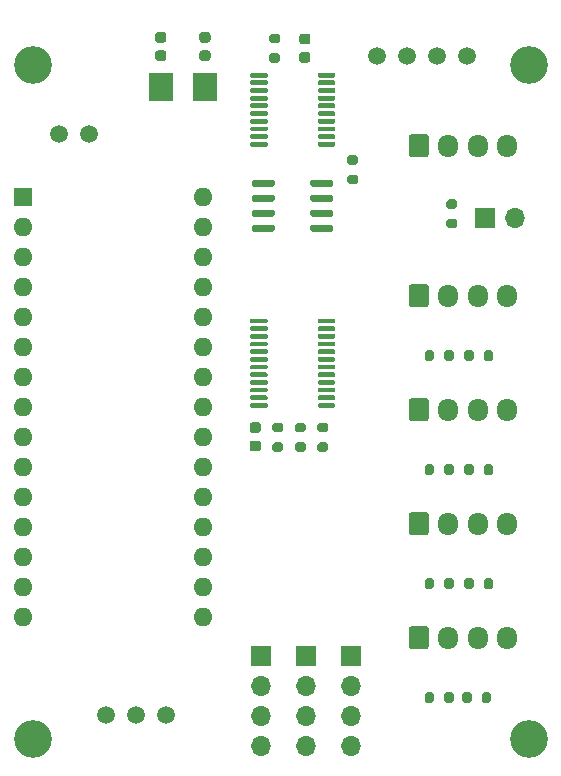
<source format=gbr>
%TF.GenerationSoftware,KiCad,Pcbnew,(5.1.9)-1*%
%TF.CreationDate,2021-07-30T23:28:39+09:30*%
%TF.ProjectId,tyre_temp_sense,74797265-5f74-4656-9d70-5f73656e7365,rev?*%
%TF.SameCoordinates,Original*%
%TF.FileFunction,Soldermask,Top*%
%TF.FilePolarity,Negative*%
%FSLAX46Y46*%
G04 Gerber Fmt 4.6, Leading zero omitted, Abs format (unit mm)*
G04 Created by KiCad (PCBNEW (5.1.9)-1) date 2021-07-30 23:28:39*
%MOMM*%
%LPD*%
G01*
G04 APERTURE LIST*
%ADD10O,1.600000X1.600000*%
%ADD11R,1.600000X1.600000*%
%ADD12C,1.500000*%
%ADD13O,1.700000X1.700000*%
%ADD14R,1.700000X1.700000*%
%ADD15C,3.200000*%
%ADD16R,2.000000X2.400000*%
%ADD17O,1.700000X1.950000*%
G04 APERTURE END LIST*
D10*
%TO.C,A1*%
X88392000Y-90678000D03*
X73152000Y-90678000D03*
X88392000Y-55118000D03*
X73152000Y-88138000D03*
X88392000Y-57658000D03*
X73152000Y-85598000D03*
X88392000Y-60198000D03*
X73152000Y-83058000D03*
X88392000Y-62738000D03*
X73152000Y-80518000D03*
X88392000Y-65278000D03*
X73152000Y-77978000D03*
X88392000Y-67818000D03*
X73152000Y-75438000D03*
X88392000Y-70358000D03*
X73152000Y-72898000D03*
X88392000Y-72898000D03*
X73152000Y-70358000D03*
X88392000Y-75438000D03*
X73152000Y-67818000D03*
X88392000Y-77978000D03*
X73152000Y-65278000D03*
X88392000Y-80518000D03*
X73152000Y-62738000D03*
X88392000Y-83058000D03*
X73152000Y-60198000D03*
X88392000Y-85598000D03*
X73152000Y-57658000D03*
X88392000Y-88138000D03*
D11*
X73152000Y-55118000D03*
%TD*%
D12*
%TO.C,TP6*%
X80232000Y-99000000D03*
%TD*%
%TO.C,TP3*%
X108204000Y-43180000D03*
%TD*%
%TO.C,TP4*%
X105664000Y-43180000D03*
%TD*%
%TO.C,TP1*%
X110744000Y-43180000D03*
%TD*%
D13*
%TO.C,J9*%
X97155000Y-101600000D03*
X97155000Y-99060000D03*
X97155000Y-96520000D03*
D14*
X97155000Y-93980000D03*
%TD*%
D13*
%TO.C,J3*%
X93345000Y-101600000D03*
X93345000Y-99060000D03*
X93345000Y-96520000D03*
D14*
X93345000Y-93980000D03*
%TD*%
D13*
%TO.C,J2*%
X100965000Y-101600000D03*
X100965000Y-99060000D03*
X100965000Y-96520000D03*
D14*
X100965000Y-93980000D03*
%TD*%
D15*
%TO.C,REF\u002A\u002A*%
X116000000Y-101000000D03*
%TD*%
%TO.C,REF\u002A\u002A*%
X116000000Y-44000000D03*
%TD*%
%TO.C,REF\u002A\u002A*%
X74000000Y-44000000D03*
%TD*%
%TO.C,REF\u002A\u002A*%
X74000000Y-101000000D03*
%TD*%
D16*
%TO.C,Y1*%
X88572000Y-45836000D03*
X84872000Y-45836000D03*
%TD*%
%TO.C,C2*%
G36*
G01*
X88822000Y-42080000D02*
X88322000Y-42080000D01*
G75*
G02*
X88097000Y-41855000I0J225000D01*
G01*
X88097000Y-41405000D01*
G75*
G02*
X88322000Y-41180000I225000J0D01*
G01*
X88822000Y-41180000D01*
G75*
G02*
X89047000Y-41405000I0J-225000D01*
G01*
X89047000Y-41855000D01*
G75*
G02*
X88822000Y-42080000I-225000J0D01*
G01*
G37*
G36*
G01*
X88822000Y-43630000D02*
X88322000Y-43630000D01*
G75*
G02*
X88097000Y-43405000I0J225000D01*
G01*
X88097000Y-42955000D01*
G75*
G02*
X88322000Y-42730000I225000J0D01*
G01*
X88822000Y-42730000D01*
G75*
G02*
X89047000Y-42955000I0J-225000D01*
G01*
X89047000Y-43405000D01*
G75*
G02*
X88822000Y-43630000I-225000J0D01*
G01*
G37*
%TD*%
%TO.C,U3*%
G36*
G01*
X97500000Y-54125000D02*
X97500000Y-53825000D01*
G75*
G02*
X97650000Y-53675000I150000J0D01*
G01*
X99300000Y-53675000D01*
G75*
G02*
X99450000Y-53825000I0J-150000D01*
G01*
X99450000Y-54125000D01*
G75*
G02*
X99300000Y-54275000I-150000J0D01*
G01*
X97650000Y-54275000D01*
G75*
G02*
X97500000Y-54125000I0J150000D01*
G01*
G37*
G36*
G01*
X97500000Y-55395000D02*
X97500000Y-55095000D01*
G75*
G02*
X97650000Y-54945000I150000J0D01*
G01*
X99300000Y-54945000D01*
G75*
G02*
X99450000Y-55095000I0J-150000D01*
G01*
X99450000Y-55395000D01*
G75*
G02*
X99300000Y-55545000I-150000J0D01*
G01*
X97650000Y-55545000D01*
G75*
G02*
X97500000Y-55395000I0J150000D01*
G01*
G37*
G36*
G01*
X97500000Y-56665000D02*
X97500000Y-56365000D01*
G75*
G02*
X97650000Y-56215000I150000J0D01*
G01*
X99300000Y-56215000D01*
G75*
G02*
X99450000Y-56365000I0J-150000D01*
G01*
X99450000Y-56665000D01*
G75*
G02*
X99300000Y-56815000I-150000J0D01*
G01*
X97650000Y-56815000D01*
G75*
G02*
X97500000Y-56665000I0J150000D01*
G01*
G37*
G36*
G01*
X97500000Y-57935000D02*
X97500000Y-57635000D01*
G75*
G02*
X97650000Y-57485000I150000J0D01*
G01*
X99300000Y-57485000D01*
G75*
G02*
X99450000Y-57635000I0J-150000D01*
G01*
X99450000Y-57935000D01*
G75*
G02*
X99300000Y-58085000I-150000J0D01*
G01*
X97650000Y-58085000D01*
G75*
G02*
X97500000Y-57935000I0J150000D01*
G01*
G37*
G36*
G01*
X92550000Y-57935000D02*
X92550000Y-57635000D01*
G75*
G02*
X92700000Y-57485000I150000J0D01*
G01*
X94350000Y-57485000D01*
G75*
G02*
X94500000Y-57635000I0J-150000D01*
G01*
X94500000Y-57935000D01*
G75*
G02*
X94350000Y-58085000I-150000J0D01*
G01*
X92700000Y-58085000D01*
G75*
G02*
X92550000Y-57935000I0J150000D01*
G01*
G37*
G36*
G01*
X92550000Y-56665000D02*
X92550000Y-56365000D01*
G75*
G02*
X92700000Y-56215000I150000J0D01*
G01*
X94350000Y-56215000D01*
G75*
G02*
X94500000Y-56365000I0J-150000D01*
G01*
X94500000Y-56665000D01*
G75*
G02*
X94350000Y-56815000I-150000J0D01*
G01*
X92700000Y-56815000D01*
G75*
G02*
X92550000Y-56665000I0J150000D01*
G01*
G37*
G36*
G01*
X92550000Y-55395000D02*
X92550000Y-55095000D01*
G75*
G02*
X92700000Y-54945000I150000J0D01*
G01*
X94350000Y-54945000D01*
G75*
G02*
X94500000Y-55095000I0J-150000D01*
G01*
X94500000Y-55395000D01*
G75*
G02*
X94350000Y-55545000I-150000J0D01*
G01*
X92700000Y-55545000D01*
G75*
G02*
X92550000Y-55395000I0J150000D01*
G01*
G37*
G36*
G01*
X92550000Y-54125000D02*
X92550000Y-53825000D01*
G75*
G02*
X92700000Y-53675000I150000J0D01*
G01*
X94350000Y-53675000D01*
G75*
G02*
X94500000Y-53825000I0J-150000D01*
G01*
X94500000Y-54125000D01*
G75*
G02*
X94350000Y-54275000I-150000J0D01*
G01*
X92700000Y-54275000D01*
G75*
G02*
X92550000Y-54125000I0J150000D01*
G01*
G37*
%TD*%
%TO.C,U2*%
G36*
G01*
X92412000Y-44927000D02*
X92412000Y-44727000D01*
G75*
G02*
X92512000Y-44627000I100000J0D01*
G01*
X93787000Y-44627000D01*
G75*
G02*
X93887000Y-44727000I0J-100000D01*
G01*
X93887000Y-44927000D01*
G75*
G02*
X93787000Y-45027000I-100000J0D01*
G01*
X92512000Y-45027000D01*
G75*
G02*
X92412000Y-44927000I0J100000D01*
G01*
G37*
G36*
G01*
X92412000Y-45577000D02*
X92412000Y-45377000D01*
G75*
G02*
X92512000Y-45277000I100000J0D01*
G01*
X93787000Y-45277000D01*
G75*
G02*
X93887000Y-45377000I0J-100000D01*
G01*
X93887000Y-45577000D01*
G75*
G02*
X93787000Y-45677000I-100000J0D01*
G01*
X92512000Y-45677000D01*
G75*
G02*
X92412000Y-45577000I0J100000D01*
G01*
G37*
G36*
G01*
X92412000Y-46227000D02*
X92412000Y-46027000D01*
G75*
G02*
X92512000Y-45927000I100000J0D01*
G01*
X93787000Y-45927000D01*
G75*
G02*
X93887000Y-46027000I0J-100000D01*
G01*
X93887000Y-46227000D01*
G75*
G02*
X93787000Y-46327000I-100000J0D01*
G01*
X92512000Y-46327000D01*
G75*
G02*
X92412000Y-46227000I0J100000D01*
G01*
G37*
G36*
G01*
X92412000Y-46877000D02*
X92412000Y-46677000D01*
G75*
G02*
X92512000Y-46577000I100000J0D01*
G01*
X93787000Y-46577000D01*
G75*
G02*
X93887000Y-46677000I0J-100000D01*
G01*
X93887000Y-46877000D01*
G75*
G02*
X93787000Y-46977000I-100000J0D01*
G01*
X92512000Y-46977000D01*
G75*
G02*
X92412000Y-46877000I0J100000D01*
G01*
G37*
G36*
G01*
X92412000Y-47527000D02*
X92412000Y-47327000D01*
G75*
G02*
X92512000Y-47227000I100000J0D01*
G01*
X93787000Y-47227000D01*
G75*
G02*
X93887000Y-47327000I0J-100000D01*
G01*
X93887000Y-47527000D01*
G75*
G02*
X93787000Y-47627000I-100000J0D01*
G01*
X92512000Y-47627000D01*
G75*
G02*
X92412000Y-47527000I0J100000D01*
G01*
G37*
G36*
G01*
X92412000Y-48177000D02*
X92412000Y-47977000D01*
G75*
G02*
X92512000Y-47877000I100000J0D01*
G01*
X93787000Y-47877000D01*
G75*
G02*
X93887000Y-47977000I0J-100000D01*
G01*
X93887000Y-48177000D01*
G75*
G02*
X93787000Y-48277000I-100000J0D01*
G01*
X92512000Y-48277000D01*
G75*
G02*
X92412000Y-48177000I0J100000D01*
G01*
G37*
G36*
G01*
X92412000Y-48827000D02*
X92412000Y-48627000D01*
G75*
G02*
X92512000Y-48527000I100000J0D01*
G01*
X93787000Y-48527000D01*
G75*
G02*
X93887000Y-48627000I0J-100000D01*
G01*
X93887000Y-48827000D01*
G75*
G02*
X93787000Y-48927000I-100000J0D01*
G01*
X92512000Y-48927000D01*
G75*
G02*
X92412000Y-48827000I0J100000D01*
G01*
G37*
G36*
G01*
X92412000Y-49477000D02*
X92412000Y-49277000D01*
G75*
G02*
X92512000Y-49177000I100000J0D01*
G01*
X93787000Y-49177000D01*
G75*
G02*
X93887000Y-49277000I0J-100000D01*
G01*
X93887000Y-49477000D01*
G75*
G02*
X93787000Y-49577000I-100000J0D01*
G01*
X92512000Y-49577000D01*
G75*
G02*
X92412000Y-49477000I0J100000D01*
G01*
G37*
G36*
G01*
X92412000Y-50127000D02*
X92412000Y-49927000D01*
G75*
G02*
X92512000Y-49827000I100000J0D01*
G01*
X93787000Y-49827000D01*
G75*
G02*
X93887000Y-49927000I0J-100000D01*
G01*
X93887000Y-50127000D01*
G75*
G02*
X93787000Y-50227000I-100000J0D01*
G01*
X92512000Y-50227000D01*
G75*
G02*
X92412000Y-50127000I0J100000D01*
G01*
G37*
G36*
G01*
X92412000Y-50777000D02*
X92412000Y-50577000D01*
G75*
G02*
X92512000Y-50477000I100000J0D01*
G01*
X93787000Y-50477000D01*
G75*
G02*
X93887000Y-50577000I0J-100000D01*
G01*
X93887000Y-50777000D01*
G75*
G02*
X93787000Y-50877000I-100000J0D01*
G01*
X92512000Y-50877000D01*
G75*
G02*
X92412000Y-50777000I0J100000D01*
G01*
G37*
G36*
G01*
X98137000Y-50777000D02*
X98137000Y-50577000D01*
G75*
G02*
X98237000Y-50477000I100000J0D01*
G01*
X99512000Y-50477000D01*
G75*
G02*
X99612000Y-50577000I0J-100000D01*
G01*
X99612000Y-50777000D01*
G75*
G02*
X99512000Y-50877000I-100000J0D01*
G01*
X98237000Y-50877000D01*
G75*
G02*
X98137000Y-50777000I0J100000D01*
G01*
G37*
G36*
G01*
X98137000Y-50127000D02*
X98137000Y-49927000D01*
G75*
G02*
X98237000Y-49827000I100000J0D01*
G01*
X99512000Y-49827000D01*
G75*
G02*
X99612000Y-49927000I0J-100000D01*
G01*
X99612000Y-50127000D01*
G75*
G02*
X99512000Y-50227000I-100000J0D01*
G01*
X98237000Y-50227000D01*
G75*
G02*
X98137000Y-50127000I0J100000D01*
G01*
G37*
G36*
G01*
X98137000Y-49477000D02*
X98137000Y-49277000D01*
G75*
G02*
X98237000Y-49177000I100000J0D01*
G01*
X99512000Y-49177000D01*
G75*
G02*
X99612000Y-49277000I0J-100000D01*
G01*
X99612000Y-49477000D01*
G75*
G02*
X99512000Y-49577000I-100000J0D01*
G01*
X98237000Y-49577000D01*
G75*
G02*
X98137000Y-49477000I0J100000D01*
G01*
G37*
G36*
G01*
X98137000Y-48827000D02*
X98137000Y-48627000D01*
G75*
G02*
X98237000Y-48527000I100000J0D01*
G01*
X99512000Y-48527000D01*
G75*
G02*
X99612000Y-48627000I0J-100000D01*
G01*
X99612000Y-48827000D01*
G75*
G02*
X99512000Y-48927000I-100000J0D01*
G01*
X98237000Y-48927000D01*
G75*
G02*
X98137000Y-48827000I0J100000D01*
G01*
G37*
G36*
G01*
X98137000Y-48177000D02*
X98137000Y-47977000D01*
G75*
G02*
X98237000Y-47877000I100000J0D01*
G01*
X99512000Y-47877000D01*
G75*
G02*
X99612000Y-47977000I0J-100000D01*
G01*
X99612000Y-48177000D01*
G75*
G02*
X99512000Y-48277000I-100000J0D01*
G01*
X98237000Y-48277000D01*
G75*
G02*
X98137000Y-48177000I0J100000D01*
G01*
G37*
G36*
G01*
X98137000Y-47527000D02*
X98137000Y-47327000D01*
G75*
G02*
X98237000Y-47227000I100000J0D01*
G01*
X99512000Y-47227000D01*
G75*
G02*
X99612000Y-47327000I0J-100000D01*
G01*
X99612000Y-47527000D01*
G75*
G02*
X99512000Y-47627000I-100000J0D01*
G01*
X98237000Y-47627000D01*
G75*
G02*
X98137000Y-47527000I0J100000D01*
G01*
G37*
G36*
G01*
X98137000Y-46877000D02*
X98137000Y-46677000D01*
G75*
G02*
X98237000Y-46577000I100000J0D01*
G01*
X99512000Y-46577000D01*
G75*
G02*
X99612000Y-46677000I0J-100000D01*
G01*
X99612000Y-46877000D01*
G75*
G02*
X99512000Y-46977000I-100000J0D01*
G01*
X98237000Y-46977000D01*
G75*
G02*
X98137000Y-46877000I0J100000D01*
G01*
G37*
G36*
G01*
X98137000Y-46227000D02*
X98137000Y-46027000D01*
G75*
G02*
X98237000Y-45927000I100000J0D01*
G01*
X99512000Y-45927000D01*
G75*
G02*
X99612000Y-46027000I0J-100000D01*
G01*
X99612000Y-46227000D01*
G75*
G02*
X99512000Y-46327000I-100000J0D01*
G01*
X98237000Y-46327000D01*
G75*
G02*
X98137000Y-46227000I0J100000D01*
G01*
G37*
G36*
G01*
X98137000Y-45577000D02*
X98137000Y-45377000D01*
G75*
G02*
X98237000Y-45277000I100000J0D01*
G01*
X99512000Y-45277000D01*
G75*
G02*
X99612000Y-45377000I0J-100000D01*
G01*
X99612000Y-45577000D01*
G75*
G02*
X99512000Y-45677000I-100000J0D01*
G01*
X98237000Y-45677000D01*
G75*
G02*
X98137000Y-45577000I0J100000D01*
G01*
G37*
G36*
G01*
X98137000Y-44927000D02*
X98137000Y-44727000D01*
G75*
G02*
X98237000Y-44627000I100000J0D01*
G01*
X99512000Y-44627000D01*
G75*
G02*
X99612000Y-44727000I0J-100000D01*
G01*
X99612000Y-44927000D01*
G75*
G02*
X99512000Y-45027000I-100000J0D01*
G01*
X98237000Y-45027000D01*
G75*
G02*
X98137000Y-44927000I0J100000D01*
G01*
G37*
%TD*%
%TO.C,U1*%
G36*
G01*
X93875000Y-72694000D02*
X93875000Y-72894000D01*
G75*
G02*
X93775000Y-72994000I-100000J0D01*
G01*
X92500000Y-72994000D01*
G75*
G02*
X92400000Y-72894000I0J100000D01*
G01*
X92400000Y-72694000D01*
G75*
G02*
X92500000Y-72594000I100000J0D01*
G01*
X93775000Y-72594000D01*
G75*
G02*
X93875000Y-72694000I0J-100000D01*
G01*
G37*
G36*
G01*
X93875000Y-72044000D02*
X93875000Y-72244000D01*
G75*
G02*
X93775000Y-72344000I-100000J0D01*
G01*
X92500000Y-72344000D01*
G75*
G02*
X92400000Y-72244000I0J100000D01*
G01*
X92400000Y-72044000D01*
G75*
G02*
X92500000Y-71944000I100000J0D01*
G01*
X93775000Y-71944000D01*
G75*
G02*
X93875000Y-72044000I0J-100000D01*
G01*
G37*
G36*
G01*
X93875000Y-71394000D02*
X93875000Y-71594000D01*
G75*
G02*
X93775000Y-71694000I-100000J0D01*
G01*
X92500000Y-71694000D01*
G75*
G02*
X92400000Y-71594000I0J100000D01*
G01*
X92400000Y-71394000D01*
G75*
G02*
X92500000Y-71294000I100000J0D01*
G01*
X93775000Y-71294000D01*
G75*
G02*
X93875000Y-71394000I0J-100000D01*
G01*
G37*
G36*
G01*
X93875000Y-70744000D02*
X93875000Y-70944000D01*
G75*
G02*
X93775000Y-71044000I-100000J0D01*
G01*
X92500000Y-71044000D01*
G75*
G02*
X92400000Y-70944000I0J100000D01*
G01*
X92400000Y-70744000D01*
G75*
G02*
X92500000Y-70644000I100000J0D01*
G01*
X93775000Y-70644000D01*
G75*
G02*
X93875000Y-70744000I0J-100000D01*
G01*
G37*
G36*
G01*
X93875000Y-70094000D02*
X93875000Y-70294000D01*
G75*
G02*
X93775000Y-70394000I-100000J0D01*
G01*
X92500000Y-70394000D01*
G75*
G02*
X92400000Y-70294000I0J100000D01*
G01*
X92400000Y-70094000D01*
G75*
G02*
X92500000Y-69994000I100000J0D01*
G01*
X93775000Y-69994000D01*
G75*
G02*
X93875000Y-70094000I0J-100000D01*
G01*
G37*
G36*
G01*
X93875000Y-69444000D02*
X93875000Y-69644000D01*
G75*
G02*
X93775000Y-69744000I-100000J0D01*
G01*
X92500000Y-69744000D01*
G75*
G02*
X92400000Y-69644000I0J100000D01*
G01*
X92400000Y-69444000D01*
G75*
G02*
X92500000Y-69344000I100000J0D01*
G01*
X93775000Y-69344000D01*
G75*
G02*
X93875000Y-69444000I0J-100000D01*
G01*
G37*
G36*
G01*
X93875000Y-68794000D02*
X93875000Y-68994000D01*
G75*
G02*
X93775000Y-69094000I-100000J0D01*
G01*
X92500000Y-69094000D01*
G75*
G02*
X92400000Y-68994000I0J100000D01*
G01*
X92400000Y-68794000D01*
G75*
G02*
X92500000Y-68694000I100000J0D01*
G01*
X93775000Y-68694000D01*
G75*
G02*
X93875000Y-68794000I0J-100000D01*
G01*
G37*
G36*
G01*
X93875000Y-68144000D02*
X93875000Y-68344000D01*
G75*
G02*
X93775000Y-68444000I-100000J0D01*
G01*
X92500000Y-68444000D01*
G75*
G02*
X92400000Y-68344000I0J100000D01*
G01*
X92400000Y-68144000D01*
G75*
G02*
X92500000Y-68044000I100000J0D01*
G01*
X93775000Y-68044000D01*
G75*
G02*
X93875000Y-68144000I0J-100000D01*
G01*
G37*
G36*
G01*
X93875000Y-67494000D02*
X93875000Y-67694000D01*
G75*
G02*
X93775000Y-67794000I-100000J0D01*
G01*
X92500000Y-67794000D01*
G75*
G02*
X92400000Y-67694000I0J100000D01*
G01*
X92400000Y-67494000D01*
G75*
G02*
X92500000Y-67394000I100000J0D01*
G01*
X93775000Y-67394000D01*
G75*
G02*
X93875000Y-67494000I0J-100000D01*
G01*
G37*
G36*
G01*
X93875000Y-66844000D02*
X93875000Y-67044000D01*
G75*
G02*
X93775000Y-67144000I-100000J0D01*
G01*
X92500000Y-67144000D01*
G75*
G02*
X92400000Y-67044000I0J100000D01*
G01*
X92400000Y-66844000D01*
G75*
G02*
X92500000Y-66744000I100000J0D01*
G01*
X93775000Y-66744000D01*
G75*
G02*
X93875000Y-66844000I0J-100000D01*
G01*
G37*
G36*
G01*
X93875000Y-66194000D02*
X93875000Y-66394000D01*
G75*
G02*
X93775000Y-66494000I-100000J0D01*
G01*
X92500000Y-66494000D01*
G75*
G02*
X92400000Y-66394000I0J100000D01*
G01*
X92400000Y-66194000D01*
G75*
G02*
X92500000Y-66094000I100000J0D01*
G01*
X93775000Y-66094000D01*
G75*
G02*
X93875000Y-66194000I0J-100000D01*
G01*
G37*
G36*
G01*
X93875000Y-65544000D02*
X93875000Y-65744000D01*
G75*
G02*
X93775000Y-65844000I-100000J0D01*
G01*
X92500000Y-65844000D01*
G75*
G02*
X92400000Y-65744000I0J100000D01*
G01*
X92400000Y-65544000D01*
G75*
G02*
X92500000Y-65444000I100000J0D01*
G01*
X93775000Y-65444000D01*
G75*
G02*
X93875000Y-65544000I0J-100000D01*
G01*
G37*
G36*
G01*
X99600000Y-65544000D02*
X99600000Y-65744000D01*
G75*
G02*
X99500000Y-65844000I-100000J0D01*
G01*
X98225000Y-65844000D01*
G75*
G02*
X98125000Y-65744000I0J100000D01*
G01*
X98125000Y-65544000D01*
G75*
G02*
X98225000Y-65444000I100000J0D01*
G01*
X99500000Y-65444000D01*
G75*
G02*
X99600000Y-65544000I0J-100000D01*
G01*
G37*
G36*
G01*
X99600000Y-66194000D02*
X99600000Y-66394000D01*
G75*
G02*
X99500000Y-66494000I-100000J0D01*
G01*
X98225000Y-66494000D01*
G75*
G02*
X98125000Y-66394000I0J100000D01*
G01*
X98125000Y-66194000D01*
G75*
G02*
X98225000Y-66094000I100000J0D01*
G01*
X99500000Y-66094000D01*
G75*
G02*
X99600000Y-66194000I0J-100000D01*
G01*
G37*
G36*
G01*
X99600000Y-66844000D02*
X99600000Y-67044000D01*
G75*
G02*
X99500000Y-67144000I-100000J0D01*
G01*
X98225000Y-67144000D01*
G75*
G02*
X98125000Y-67044000I0J100000D01*
G01*
X98125000Y-66844000D01*
G75*
G02*
X98225000Y-66744000I100000J0D01*
G01*
X99500000Y-66744000D01*
G75*
G02*
X99600000Y-66844000I0J-100000D01*
G01*
G37*
G36*
G01*
X99600000Y-67494000D02*
X99600000Y-67694000D01*
G75*
G02*
X99500000Y-67794000I-100000J0D01*
G01*
X98225000Y-67794000D01*
G75*
G02*
X98125000Y-67694000I0J100000D01*
G01*
X98125000Y-67494000D01*
G75*
G02*
X98225000Y-67394000I100000J0D01*
G01*
X99500000Y-67394000D01*
G75*
G02*
X99600000Y-67494000I0J-100000D01*
G01*
G37*
G36*
G01*
X99600000Y-68144000D02*
X99600000Y-68344000D01*
G75*
G02*
X99500000Y-68444000I-100000J0D01*
G01*
X98225000Y-68444000D01*
G75*
G02*
X98125000Y-68344000I0J100000D01*
G01*
X98125000Y-68144000D01*
G75*
G02*
X98225000Y-68044000I100000J0D01*
G01*
X99500000Y-68044000D01*
G75*
G02*
X99600000Y-68144000I0J-100000D01*
G01*
G37*
G36*
G01*
X99600000Y-68794000D02*
X99600000Y-68994000D01*
G75*
G02*
X99500000Y-69094000I-100000J0D01*
G01*
X98225000Y-69094000D01*
G75*
G02*
X98125000Y-68994000I0J100000D01*
G01*
X98125000Y-68794000D01*
G75*
G02*
X98225000Y-68694000I100000J0D01*
G01*
X99500000Y-68694000D01*
G75*
G02*
X99600000Y-68794000I0J-100000D01*
G01*
G37*
G36*
G01*
X99600000Y-69444000D02*
X99600000Y-69644000D01*
G75*
G02*
X99500000Y-69744000I-100000J0D01*
G01*
X98225000Y-69744000D01*
G75*
G02*
X98125000Y-69644000I0J100000D01*
G01*
X98125000Y-69444000D01*
G75*
G02*
X98225000Y-69344000I100000J0D01*
G01*
X99500000Y-69344000D01*
G75*
G02*
X99600000Y-69444000I0J-100000D01*
G01*
G37*
G36*
G01*
X99600000Y-70094000D02*
X99600000Y-70294000D01*
G75*
G02*
X99500000Y-70394000I-100000J0D01*
G01*
X98225000Y-70394000D01*
G75*
G02*
X98125000Y-70294000I0J100000D01*
G01*
X98125000Y-70094000D01*
G75*
G02*
X98225000Y-69994000I100000J0D01*
G01*
X99500000Y-69994000D01*
G75*
G02*
X99600000Y-70094000I0J-100000D01*
G01*
G37*
G36*
G01*
X99600000Y-70744000D02*
X99600000Y-70944000D01*
G75*
G02*
X99500000Y-71044000I-100000J0D01*
G01*
X98225000Y-71044000D01*
G75*
G02*
X98125000Y-70944000I0J100000D01*
G01*
X98125000Y-70744000D01*
G75*
G02*
X98225000Y-70644000I100000J0D01*
G01*
X99500000Y-70644000D01*
G75*
G02*
X99600000Y-70744000I0J-100000D01*
G01*
G37*
G36*
G01*
X99600000Y-71394000D02*
X99600000Y-71594000D01*
G75*
G02*
X99500000Y-71694000I-100000J0D01*
G01*
X98225000Y-71694000D01*
G75*
G02*
X98125000Y-71594000I0J100000D01*
G01*
X98125000Y-71394000D01*
G75*
G02*
X98225000Y-71294000I100000J0D01*
G01*
X99500000Y-71294000D01*
G75*
G02*
X99600000Y-71394000I0J-100000D01*
G01*
G37*
G36*
G01*
X99600000Y-72044000D02*
X99600000Y-72244000D01*
G75*
G02*
X99500000Y-72344000I-100000J0D01*
G01*
X98225000Y-72344000D01*
G75*
G02*
X98125000Y-72244000I0J100000D01*
G01*
X98125000Y-72044000D01*
G75*
G02*
X98225000Y-71944000I100000J0D01*
G01*
X99500000Y-71944000D01*
G75*
G02*
X99600000Y-72044000I0J-100000D01*
G01*
G37*
G36*
G01*
X99600000Y-72694000D02*
X99600000Y-72894000D01*
G75*
G02*
X99500000Y-72994000I-100000J0D01*
G01*
X98225000Y-72994000D01*
G75*
G02*
X98125000Y-72894000I0J100000D01*
G01*
X98125000Y-72694000D01*
G75*
G02*
X98225000Y-72594000I100000J0D01*
G01*
X99500000Y-72594000D01*
G75*
G02*
X99600000Y-72694000I0J-100000D01*
G01*
G37*
%TD*%
D12*
%TO.C,TP9*%
X76200000Y-49784000D03*
%TD*%
%TO.C,TP8*%
X78740000Y-49784000D03*
%TD*%
%TO.C,TP7*%
X85312000Y-99000000D03*
%TD*%
%TO.C,TP5*%
X82772000Y-99000000D03*
%TD*%
%TO.C,TP2*%
X103124000Y-43180000D03*
%TD*%
%TO.C,R14*%
G36*
G01*
X109749000Y-56154000D02*
X109199000Y-56154000D01*
G75*
G02*
X108999000Y-55954000I0J200000D01*
G01*
X108999000Y-55554000D01*
G75*
G02*
X109199000Y-55354000I200000J0D01*
G01*
X109749000Y-55354000D01*
G75*
G02*
X109949000Y-55554000I0J-200000D01*
G01*
X109949000Y-55954000D01*
G75*
G02*
X109749000Y-56154000I-200000J0D01*
G01*
G37*
G36*
G01*
X109749000Y-57804000D02*
X109199000Y-57804000D01*
G75*
G02*
X108999000Y-57604000I0J200000D01*
G01*
X108999000Y-57204000D01*
G75*
G02*
X109199000Y-57004000I200000J0D01*
G01*
X109749000Y-57004000D01*
G75*
G02*
X109949000Y-57204000I0J-200000D01*
G01*
X109949000Y-57604000D01*
G75*
G02*
X109749000Y-57804000I-200000J0D01*
G01*
G37*
%TD*%
%TO.C,R13*%
G36*
G01*
X101367000Y-52407000D02*
X100817000Y-52407000D01*
G75*
G02*
X100617000Y-52207000I0J200000D01*
G01*
X100617000Y-51807000D01*
G75*
G02*
X100817000Y-51607000I200000J0D01*
G01*
X101367000Y-51607000D01*
G75*
G02*
X101567000Y-51807000I0J-200000D01*
G01*
X101567000Y-52207000D01*
G75*
G02*
X101367000Y-52407000I-200000J0D01*
G01*
G37*
G36*
G01*
X101367000Y-54057000D02*
X100817000Y-54057000D01*
G75*
G02*
X100617000Y-53857000I0J200000D01*
G01*
X100617000Y-53457000D01*
G75*
G02*
X100817000Y-53257000I200000J0D01*
G01*
X101367000Y-53257000D01*
G75*
G02*
X101567000Y-53457000I0J-200000D01*
G01*
X101567000Y-53857000D01*
G75*
G02*
X101367000Y-54057000I-200000J0D01*
G01*
G37*
%TD*%
%TO.C,R12*%
G36*
G01*
X94213000Y-42970000D02*
X94763000Y-42970000D01*
G75*
G02*
X94963000Y-43170000I0J-200000D01*
G01*
X94963000Y-43570000D01*
G75*
G02*
X94763000Y-43770000I-200000J0D01*
G01*
X94213000Y-43770000D01*
G75*
G02*
X94013000Y-43570000I0J200000D01*
G01*
X94013000Y-43170000D01*
G75*
G02*
X94213000Y-42970000I200000J0D01*
G01*
G37*
G36*
G01*
X94213000Y-41320000D02*
X94763000Y-41320000D01*
G75*
G02*
X94963000Y-41520000I0J-200000D01*
G01*
X94963000Y-41920000D01*
G75*
G02*
X94763000Y-42120000I-200000J0D01*
G01*
X94213000Y-42120000D01*
G75*
G02*
X94013000Y-41920000I0J200000D01*
G01*
X94013000Y-41520000D01*
G75*
G02*
X94213000Y-41320000I200000J0D01*
G01*
G37*
%TD*%
%TO.C,R11*%
G36*
G01*
X107970000Y-68305000D02*
X107970000Y-68855000D01*
G75*
G02*
X107770000Y-69055000I-200000J0D01*
G01*
X107370000Y-69055000D01*
G75*
G02*
X107170000Y-68855000I0J200000D01*
G01*
X107170000Y-68305000D01*
G75*
G02*
X107370000Y-68105000I200000J0D01*
G01*
X107770000Y-68105000D01*
G75*
G02*
X107970000Y-68305000I0J-200000D01*
G01*
G37*
G36*
G01*
X109620000Y-68305000D02*
X109620000Y-68855000D01*
G75*
G02*
X109420000Y-69055000I-200000J0D01*
G01*
X109020000Y-69055000D01*
G75*
G02*
X108820000Y-68855000I0J200000D01*
G01*
X108820000Y-68305000D01*
G75*
G02*
X109020000Y-68105000I200000J0D01*
G01*
X109420000Y-68105000D01*
G75*
G02*
X109620000Y-68305000I0J-200000D01*
G01*
G37*
%TD*%
%TO.C,R10*%
G36*
G01*
X112185000Y-68855000D02*
X112185000Y-68305000D01*
G75*
G02*
X112385000Y-68105000I200000J0D01*
G01*
X112785000Y-68105000D01*
G75*
G02*
X112985000Y-68305000I0J-200000D01*
G01*
X112985000Y-68855000D01*
G75*
G02*
X112785000Y-69055000I-200000J0D01*
G01*
X112385000Y-69055000D01*
G75*
G02*
X112185000Y-68855000I0J200000D01*
G01*
G37*
G36*
G01*
X110535000Y-68855000D02*
X110535000Y-68305000D01*
G75*
G02*
X110735000Y-68105000I200000J0D01*
G01*
X111135000Y-68105000D01*
G75*
G02*
X111335000Y-68305000I0J-200000D01*
G01*
X111335000Y-68855000D01*
G75*
G02*
X111135000Y-69055000I-200000J0D01*
G01*
X110735000Y-69055000D01*
G75*
G02*
X110535000Y-68855000I0J200000D01*
G01*
G37*
%TD*%
%TO.C,R9*%
G36*
G01*
X107970000Y-77957000D02*
X107970000Y-78507000D01*
G75*
G02*
X107770000Y-78707000I-200000J0D01*
G01*
X107370000Y-78707000D01*
G75*
G02*
X107170000Y-78507000I0J200000D01*
G01*
X107170000Y-77957000D01*
G75*
G02*
X107370000Y-77757000I200000J0D01*
G01*
X107770000Y-77757000D01*
G75*
G02*
X107970000Y-77957000I0J-200000D01*
G01*
G37*
G36*
G01*
X109620000Y-77957000D02*
X109620000Y-78507000D01*
G75*
G02*
X109420000Y-78707000I-200000J0D01*
G01*
X109020000Y-78707000D01*
G75*
G02*
X108820000Y-78507000I0J200000D01*
G01*
X108820000Y-77957000D01*
G75*
G02*
X109020000Y-77757000I200000J0D01*
G01*
X109420000Y-77757000D01*
G75*
G02*
X109620000Y-77957000I0J-200000D01*
G01*
G37*
%TD*%
%TO.C,R8*%
G36*
G01*
X112185000Y-78507000D02*
X112185000Y-77957000D01*
G75*
G02*
X112385000Y-77757000I200000J0D01*
G01*
X112785000Y-77757000D01*
G75*
G02*
X112985000Y-77957000I0J-200000D01*
G01*
X112985000Y-78507000D01*
G75*
G02*
X112785000Y-78707000I-200000J0D01*
G01*
X112385000Y-78707000D01*
G75*
G02*
X112185000Y-78507000I0J200000D01*
G01*
G37*
G36*
G01*
X110535000Y-78507000D02*
X110535000Y-77957000D01*
G75*
G02*
X110735000Y-77757000I200000J0D01*
G01*
X111135000Y-77757000D01*
G75*
G02*
X111335000Y-77957000I0J-200000D01*
G01*
X111335000Y-78507000D01*
G75*
G02*
X111135000Y-78707000I-200000J0D01*
G01*
X110735000Y-78707000D01*
G75*
G02*
X110535000Y-78507000I0J200000D01*
G01*
G37*
%TD*%
%TO.C,R7*%
G36*
G01*
X107970000Y-87609000D02*
X107970000Y-88159000D01*
G75*
G02*
X107770000Y-88359000I-200000J0D01*
G01*
X107370000Y-88359000D01*
G75*
G02*
X107170000Y-88159000I0J200000D01*
G01*
X107170000Y-87609000D01*
G75*
G02*
X107370000Y-87409000I200000J0D01*
G01*
X107770000Y-87409000D01*
G75*
G02*
X107970000Y-87609000I0J-200000D01*
G01*
G37*
G36*
G01*
X109620000Y-87609000D02*
X109620000Y-88159000D01*
G75*
G02*
X109420000Y-88359000I-200000J0D01*
G01*
X109020000Y-88359000D01*
G75*
G02*
X108820000Y-88159000I0J200000D01*
G01*
X108820000Y-87609000D01*
G75*
G02*
X109020000Y-87409000I200000J0D01*
G01*
X109420000Y-87409000D01*
G75*
G02*
X109620000Y-87609000I0J-200000D01*
G01*
G37*
%TD*%
%TO.C,R6*%
G36*
G01*
X112185000Y-88159000D02*
X112185000Y-87609000D01*
G75*
G02*
X112385000Y-87409000I200000J0D01*
G01*
X112785000Y-87409000D01*
G75*
G02*
X112985000Y-87609000I0J-200000D01*
G01*
X112985000Y-88159000D01*
G75*
G02*
X112785000Y-88359000I-200000J0D01*
G01*
X112385000Y-88359000D01*
G75*
G02*
X112185000Y-88159000I0J200000D01*
G01*
G37*
G36*
G01*
X110535000Y-88159000D02*
X110535000Y-87609000D01*
G75*
G02*
X110735000Y-87409000I200000J0D01*
G01*
X111135000Y-87409000D01*
G75*
G02*
X111335000Y-87609000I0J-200000D01*
G01*
X111335000Y-88159000D01*
G75*
G02*
X111135000Y-88359000I-200000J0D01*
G01*
X110735000Y-88359000D01*
G75*
G02*
X110535000Y-88159000I0J200000D01*
G01*
G37*
%TD*%
%TO.C,R5*%
G36*
G01*
X107970000Y-97261000D02*
X107970000Y-97811000D01*
G75*
G02*
X107770000Y-98011000I-200000J0D01*
G01*
X107370000Y-98011000D01*
G75*
G02*
X107170000Y-97811000I0J200000D01*
G01*
X107170000Y-97261000D01*
G75*
G02*
X107370000Y-97061000I200000J0D01*
G01*
X107770000Y-97061000D01*
G75*
G02*
X107970000Y-97261000I0J-200000D01*
G01*
G37*
G36*
G01*
X109620000Y-97261000D02*
X109620000Y-97811000D01*
G75*
G02*
X109420000Y-98011000I-200000J0D01*
G01*
X109020000Y-98011000D01*
G75*
G02*
X108820000Y-97811000I0J200000D01*
G01*
X108820000Y-97261000D01*
G75*
G02*
X109020000Y-97061000I200000J0D01*
G01*
X109420000Y-97061000D01*
G75*
G02*
X109620000Y-97261000I0J-200000D01*
G01*
G37*
%TD*%
%TO.C,R4*%
G36*
G01*
X111994000Y-97811000D02*
X111994000Y-97261000D01*
G75*
G02*
X112194000Y-97061000I200000J0D01*
G01*
X112594000Y-97061000D01*
G75*
G02*
X112794000Y-97261000I0J-200000D01*
G01*
X112794000Y-97811000D01*
G75*
G02*
X112594000Y-98011000I-200000J0D01*
G01*
X112194000Y-98011000D01*
G75*
G02*
X111994000Y-97811000I0J200000D01*
G01*
G37*
G36*
G01*
X110344000Y-97811000D02*
X110344000Y-97261000D01*
G75*
G02*
X110544000Y-97061000I200000J0D01*
G01*
X110944000Y-97061000D01*
G75*
G02*
X111144000Y-97261000I0J-200000D01*
G01*
X111144000Y-97811000D01*
G75*
G02*
X110944000Y-98011000I-200000J0D01*
G01*
X110544000Y-98011000D01*
G75*
G02*
X110344000Y-97811000I0J200000D01*
G01*
G37*
%TD*%
%TO.C,R3*%
G36*
G01*
X95017000Y-75076000D02*
X94467000Y-75076000D01*
G75*
G02*
X94267000Y-74876000I0J200000D01*
G01*
X94267000Y-74476000D01*
G75*
G02*
X94467000Y-74276000I200000J0D01*
G01*
X95017000Y-74276000D01*
G75*
G02*
X95217000Y-74476000I0J-200000D01*
G01*
X95217000Y-74876000D01*
G75*
G02*
X95017000Y-75076000I-200000J0D01*
G01*
G37*
G36*
G01*
X95017000Y-76726000D02*
X94467000Y-76726000D01*
G75*
G02*
X94267000Y-76526000I0J200000D01*
G01*
X94267000Y-76126000D01*
G75*
G02*
X94467000Y-75926000I200000J0D01*
G01*
X95017000Y-75926000D01*
G75*
G02*
X95217000Y-76126000I0J-200000D01*
G01*
X95217000Y-76526000D01*
G75*
G02*
X95017000Y-76726000I-200000J0D01*
G01*
G37*
%TD*%
%TO.C,R2*%
G36*
G01*
X96922000Y-75076000D02*
X96372000Y-75076000D01*
G75*
G02*
X96172000Y-74876000I0J200000D01*
G01*
X96172000Y-74476000D01*
G75*
G02*
X96372000Y-74276000I200000J0D01*
G01*
X96922000Y-74276000D01*
G75*
G02*
X97122000Y-74476000I0J-200000D01*
G01*
X97122000Y-74876000D01*
G75*
G02*
X96922000Y-75076000I-200000J0D01*
G01*
G37*
G36*
G01*
X96922000Y-76726000D02*
X96372000Y-76726000D01*
G75*
G02*
X96172000Y-76526000I0J200000D01*
G01*
X96172000Y-76126000D01*
G75*
G02*
X96372000Y-75926000I200000J0D01*
G01*
X96922000Y-75926000D01*
G75*
G02*
X97122000Y-76126000I0J-200000D01*
G01*
X97122000Y-76526000D01*
G75*
G02*
X96922000Y-76726000I-200000J0D01*
G01*
G37*
%TD*%
%TO.C,R1*%
G36*
G01*
X98827000Y-75076000D02*
X98277000Y-75076000D01*
G75*
G02*
X98077000Y-74876000I0J200000D01*
G01*
X98077000Y-74476000D01*
G75*
G02*
X98277000Y-74276000I200000J0D01*
G01*
X98827000Y-74276000D01*
G75*
G02*
X99027000Y-74476000I0J-200000D01*
G01*
X99027000Y-74876000D01*
G75*
G02*
X98827000Y-75076000I-200000J0D01*
G01*
G37*
G36*
G01*
X98827000Y-76726000D02*
X98277000Y-76726000D01*
G75*
G02*
X98077000Y-76526000I0J200000D01*
G01*
X98077000Y-76126000D01*
G75*
G02*
X98277000Y-75926000I200000J0D01*
G01*
X98827000Y-75926000D01*
G75*
G02*
X99027000Y-76126000I0J-200000D01*
G01*
X99027000Y-76526000D01*
G75*
G02*
X98827000Y-76726000I-200000J0D01*
G01*
G37*
%TD*%
D13*
%TO.C,J8*%
X114808000Y-56896000D03*
D14*
X112268000Y-56896000D03*
%TD*%
D17*
%TO.C,J7*%
X114180000Y-63500000D03*
X111680000Y-63500000D03*
X109180000Y-63500000D03*
G36*
G01*
X105830000Y-64225000D02*
X105830000Y-62775000D01*
G75*
G02*
X106080000Y-62525000I250000J0D01*
G01*
X107280000Y-62525000D01*
G75*
G02*
X107530000Y-62775000I0J-250000D01*
G01*
X107530000Y-64225000D01*
G75*
G02*
X107280000Y-64475000I-250000J0D01*
G01*
X106080000Y-64475000D01*
G75*
G02*
X105830000Y-64225000I0J250000D01*
G01*
G37*
%TD*%
%TO.C,J6*%
X114180000Y-73152000D03*
X111680000Y-73152000D03*
X109180000Y-73152000D03*
G36*
G01*
X105830000Y-73877000D02*
X105830000Y-72427000D01*
G75*
G02*
X106080000Y-72177000I250000J0D01*
G01*
X107280000Y-72177000D01*
G75*
G02*
X107530000Y-72427000I0J-250000D01*
G01*
X107530000Y-73877000D01*
G75*
G02*
X107280000Y-74127000I-250000J0D01*
G01*
X106080000Y-74127000D01*
G75*
G02*
X105830000Y-73877000I0J250000D01*
G01*
G37*
%TD*%
%TO.C,J5*%
X114180000Y-82804000D03*
X111680000Y-82804000D03*
X109180000Y-82804000D03*
G36*
G01*
X105830000Y-83529000D02*
X105830000Y-82079000D01*
G75*
G02*
X106080000Y-81829000I250000J0D01*
G01*
X107280000Y-81829000D01*
G75*
G02*
X107530000Y-82079000I0J-250000D01*
G01*
X107530000Y-83529000D01*
G75*
G02*
X107280000Y-83779000I-250000J0D01*
G01*
X106080000Y-83779000D01*
G75*
G02*
X105830000Y-83529000I0J250000D01*
G01*
G37*
%TD*%
%TO.C,J4*%
X114180000Y-92456000D03*
X111680000Y-92456000D03*
X109180000Y-92456000D03*
G36*
G01*
X105830000Y-93181000D02*
X105830000Y-91731000D01*
G75*
G02*
X106080000Y-91481000I250000J0D01*
G01*
X107280000Y-91481000D01*
G75*
G02*
X107530000Y-91731000I0J-250000D01*
G01*
X107530000Y-93181000D01*
G75*
G02*
X107280000Y-93431000I-250000J0D01*
G01*
X106080000Y-93431000D01*
G75*
G02*
X105830000Y-93181000I0J250000D01*
G01*
G37*
%TD*%
%TO.C,J1*%
X114180000Y-50800000D03*
X111680000Y-50800000D03*
X109180000Y-50800000D03*
G36*
G01*
X105830000Y-51525000D02*
X105830000Y-50075000D01*
G75*
G02*
X106080000Y-49825000I250000J0D01*
G01*
X107280000Y-49825000D01*
G75*
G02*
X107530000Y-50075000I0J-250000D01*
G01*
X107530000Y-51525000D01*
G75*
G02*
X107280000Y-51775000I-250000J0D01*
G01*
X106080000Y-51775000D01*
G75*
G02*
X105830000Y-51525000I0J250000D01*
G01*
G37*
%TD*%
%TO.C,C4*%
G36*
G01*
X97278000Y-42220000D02*
X96778000Y-42220000D01*
G75*
G02*
X96553000Y-41995000I0J225000D01*
G01*
X96553000Y-41545000D01*
G75*
G02*
X96778000Y-41320000I225000J0D01*
G01*
X97278000Y-41320000D01*
G75*
G02*
X97503000Y-41545000I0J-225000D01*
G01*
X97503000Y-41995000D01*
G75*
G02*
X97278000Y-42220000I-225000J0D01*
G01*
G37*
G36*
G01*
X97278000Y-43770000D02*
X96778000Y-43770000D01*
G75*
G02*
X96553000Y-43545000I0J225000D01*
G01*
X96553000Y-43095000D01*
G75*
G02*
X96778000Y-42870000I225000J0D01*
G01*
X97278000Y-42870000D01*
G75*
G02*
X97503000Y-43095000I0J-225000D01*
G01*
X97503000Y-43545000D01*
G75*
G02*
X97278000Y-43770000I-225000J0D01*
G01*
G37*
%TD*%
%TO.C,C3*%
G36*
G01*
X85086000Y-42080000D02*
X84586000Y-42080000D01*
G75*
G02*
X84361000Y-41855000I0J225000D01*
G01*
X84361000Y-41405000D01*
G75*
G02*
X84586000Y-41180000I225000J0D01*
G01*
X85086000Y-41180000D01*
G75*
G02*
X85311000Y-41405000I0J-225000D01*
G01*
X85311000Y-41855000D01*
G75*
G02*
X85086000Y-42080000I-225000J0D01*
G01*
G37*
G36*
G01*
X85086000Y-43630000D02*
X84586000Y-43630000D01*
G75*
G02*
X84361000Y-43405000I0J225000D01*
G01*
X84361000Y-42955000D01*
G75*
G02*
X84586000Y-42730000I225000J0D01*
G01*
X85086000Y-42730000D01*
G75*
G02*
X85311000Y-42955000I0J-225000D01*
G01*
X85311000Y-43405000D01*
G75*
G02*
X85086000Y-43630000I-225000J0D01*
G01*
G37*
%TD*%
%TO.C,C1*%
G36*
G01*
X93087000Y-75126000D02*
X92587000Y-75126000D01*
G75*
G02*
X92362000Y-74901000I0J225000D01*
G01*
X92362000Y-74451000D01*
G75*
G02*
X92587000Y-74226000I225000J0D01*
G01*
X93087000Y-74226000D01*
G75*
G02*
X93312000Y-74451000I0J-225000D01*
G01*
X93312000Y-74901000D01*
G75*
G02*
X93087000Y-75126000I-225000J0D01*
G01*
G37*
G36*
G01*
X93087000Y-76676000D02*
X92587000Y-76676000D01*
G75*
G02*
X92362000Y-76451000I0J225000D01*
G01*
X92362000Y-76001000D01*
G75*
G02*
X92587000Y-75776000I225000J0D01*
G01*
X93087000Y-75776000D01*
G75*
G02*
X93312000Y-76001000I0J-225000D01*
G01*
X93312000Y-76451000D01*
G75*
G02*
X93087000Y-76676000I-225000J0D01*
G01*
G37*
%TD*%
M02*

</source>
